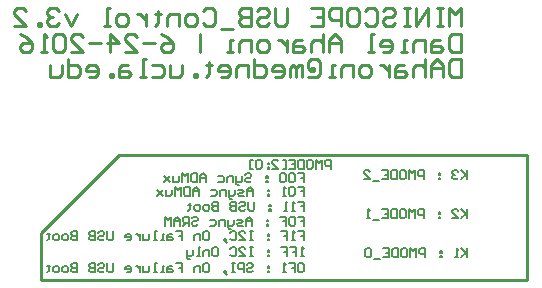
<source format=gbo>
%FSLAX23Y23*%
%MOIN*%
G70*
G01*
G75*
G04 Layer_Color=32896*
%ADD10C,0.012*%
%ADD11C,0.011*%
%ADD12R,0.118X0.079*%
%ADD13R,0.079X0.039*%
%ADD14R,0.030X0.030*%
%ADD15R,0.030X0.030*%
%ADD16R,0.035X0.031*%
%ADD17R,0.031X0.031*%
%ADD18R,0.044X0.058*%
%ADD19R,0.079X0.047*%
%ADD20R,0.094X0.102*%
%ADD21R,0.012X0.053*%
%ADD22R,0.071X0.075*%
%ADD23R,0.091X0.075*%
%ADD24R,0.050X0.030*%
%ADD25R,0.030X0.050*%
%ADD26R,0.008X0.027*%
%ADD27R,0.015X0.061*%
%ADD28R,0.051X0.049*%
%ADD29R,0.020X0.020*%
%ADD30R,0.130X0.173*%
%ADD31R,0.154X0.244*%
%ADD32R,0.058X0.044*%
%ADD33R,0.012X0.020*%
%ADD34R,0.012X0.019*%
%ADD35R,0.020X0.020*%
%ADD36R,0.051X0.107*%
%ADD37R,0.011X0.031*%
%ADD38R,0.055X0.047*%
%ADD39O,0.087X0.024*%
%ADD40R,0.033X0.011*%
%ADD41R,0.065X0.094*%
%ADD42R,0.024X0.010*%
%ADD43R,0.010X0.024*%
%ADD44R,0.201X0.201*%
%ADD45R,0.039X0.028*%
%ADD46C,0.009*%
%ADD47C,0.039*%
%ADD48C,0.008*%
%ADD49C,0.015*%
%ADD50C,0.010*%
%ADD51C,0.020*%
%ADD52C,0.025*%
%ADD53C,0.005*%
%ADD54C,0.006*%
%ADD55C,0.060*%
%ADD56C,0.070*%
%ADD57C,0.125*%
%ADD58C,0.090*%
%ADD59C,0.059*%
%ADD60C,0.079*%
%ADD61R,0.059X0.059*%
%ADD62C,0.031*%
%ADD63C,0.016*%
%ADD64C,0.020*%
%ADD65C,0.006*%
%ADD66C,0.010*%
%ADD67C,0.008*%
%ADD68C,0.004*%
%ADD69C,0.016*%
%ADD70C,0.024*%
%ADD71C,0.016*%
%ADD72R,0.120X0.081*%
%ADD73R,0.081X0.041*%
%ADD74R,0.032X0.032*%
%ADD75R,0.032X0.032*%
%ADD76R,0.037X0.033*%
%ADD77R,0.033X0.033*%
%ADD78R,0.046X0.060*%
%ADD79R,0.081X0.049*%
%ADD80R,0.096X0.104*%
%ADD81R,0.014X0.055*%
%ADD82R,0.073X0.077*%
%ADD83R,0.093X0.077*%
%ADD84R,0.052X0.032*%
%ADD85R,0.032X0.052*%
%ADD86R,0.010X0.029*%
%ADD87R,0.017X0.063*%
%ADD88R,0.053X0.051*%
%ADD89R,0.022X0.022*%
%ADD90R,0.132X0.175*%
%ADD91R,0.156X0.246*%
%ADD92R,0.060X0.046*%
%ADD93R,0.016X0.024*%
%ADD94R,0.016X0.023*%
%ADD95R,0.022X0.022*%
%ADD96R,0.053X0.109*%
%ADD97R,0.013X0.033*%
%ADD98R,0.057X0.049*%
%ADD99O,0.089X0.026*%
%ADD100R,0.035X0.013*%
%ADD101R,0.067X0.096*%
%ADD102R,0.203X0.203*%
%ADD103R,0.041X0.030*%
%ADD104C,0.011*%
%ADD105C,0.118*%
%ADD106C,0.002*%
%ADD107C,0.062*%
%ADD108C,0.072*%
%ADD109C,0.127*%
%ADD110C,0.092*%
%ADD111C,0.061*%
%ADD112R,0.061X0.061*%
D48*
X1945Y1245D02*
Y1275D01*
X1930D01*
X1925Y1270D01*
Y1260D01*
X1930Y1255D01*
X1945D01*
X1915Y1245D02*
Y1275D01*
X1905Y1265D01*
X1895Y1275D01*
Y1245D01*
X1870Y1275D02*
X1880D01*
X1885Y1270D01*
Y1250D01*
X1880Y1245D01*
X1870D01*
X1865Y1250D01*
Y1270D01*
X1870Y1275D01*
X1855D02*
Y1245D01*
X1840D01*
X1835Y1250D01*
Y1270D01*
X1840Y1275D01*
X1855D01*
X1805D02*
X1825D01*
Y1245D01*
X1805D01*
X1825Y1260D02*
X1815D01*
X1785Y1245D02*
X1795D01*
Y1275D01*
X1785D01*
X1750Y1245D02*
X1770D01*
X1750Y1265D01*
Y1270D01*
X1755Y1275D01*
X1765D01*
X1770Y1270D01*
X1740Y1265D02*
X1735D01*
Y1260D01*
X1740D01*
Y1265D01*
Y1250D02*
X1735D01*
Y1245D01*
X1740D01*
Y1250D01*
X1715Y1270D02*
X1710Y1275D01*
X1700D01*
X1695Y1270D01*
Y1250D01*
X1700Y1245D01*
X1710D01*
X1715Y1250D01*
Y1270D01*
X1685Y1245D02*
X1675D01*
Y1275D01*
X1685D01*
X2400Y1240D02*
Y1210D01*
Y1220D01*
X2380Y1240D01*
X2395Y1225D01*
X2380Y1210D01*
X2370Y1235D02*
X2365Y1240D01*
X2355D01*
X2350Y1235D01*
Y1230D01*
X2355Y1225D01*
X2360D01*
X2355D01*
X2350Y1220D01*
Y1215D01*
X2355Y1210D01*
X2365D01*
X2370Y1215D01*
X2310Y1230D02*
X2305D01*
Y1225D01*
X2310D01*
Y1230D01*
Y1215D02*
X2305D01*
Y1210D01*
X2310D01*
Y1215D01*
X2255Y1210D02*
Y1240D01*
X2240D01*
X2235Y1235D01*
Y1225D01*
X2240Y1220D01*
X2255D01*
X2225Y1210D02*
Y1240D01*
X2215Y1230D01*
X2205Y1240D01*
Y1210D01*
X2180Y1240D02*
X2190D01*
X2195Y1235D01*
Y1215D01*
X2190Y1210D01*
X2180D01*
X2175Y1215D01*
Y1235D01*
X2180Y1240D01*
X2165D02*
Y1210D01*
X2150D01*
X2145Y1215D01*
Y1235D01*
X2150Y1240D01*
X2165D01*
X2115D02*
X2135D01*
Y1210D01*
X2115D01*
X2135Y1225D02*
X2125D01*
X2105Y1205D02*
X2085D01*
X2055Y1210D02*
X2075D01*
X2055Y1230D01*
Y1235D01*
X2060Y1240D01*
X2070D01*
X2075Y1235D01*
X2400Y1110D02*
Y1080D01*
Y1090D01*
X2380Y1110D01*
X2395Y1095D01*
X2380Y1080D01*
X2350D02*
X2370D01*
X2350Y1100D01*
Y1105D01*
X2355Y1110D01*
X2365D01*
X2370Y1105D01*
X2310Y1100D02*
X2305D01*
Y1095D01*
X2310D01*
Y1100D01*
Y1085D02*
X2305D01*
Y1080D01*
X2310D01*
Y1085D01*
X2255Y1080D02*
Y1110D01*
X2240D01*
X2235Y1105D01*
Y1095D01*
X2240Y1090D01*
X2255D01*
X2225Y1080D02*
Y1110D01*
X2215Y1100D01*
X2205Y1110D01*
Y1080D01*
X2180Y1110D02*
X2190D01*
X2195Y1105D01*
Y1085D01*
X2190Y1080D01*
X2180D01*
X2175Y1085D01*
Y1105D01*
X2180Y1110D01*
X2165D02*
Y1080D01*
X2150D01*
X2145Y1085D01*
Y1105D01*
X2150Y1110D01*
X2165D01*
X2115D02*
X2135D01*
Y1080D01*
X2115D01*
X2135Y1095D02*
X2125D01*
X2105Y1075D02*
X2085D01*
X2075Y1080D02*
X2065D01*
X2070D01*
Y1110D01*
X2075Y1105D01*
X2400Y980D02*
Y950D01*
Y960D01*
X2380Y980D01*
X2395Y965D01*
X2380Y950D01*
X2370D02*
X2360D01*
X2365D01*
Y980D01*
X2370Y975D01*
X2315Y970D02*
X2310D01*
Y965D01*
X2315D01*
Y970D01*
Y955D02*
X2310D01*
Y950D01*
X2315D01*
Y955D01*
X2260Y950D02*
Y980D01*
X2245D01*
X2240Y975D01*
Y965D01*
X2245Y960D01*
X2260D01*
X2230Y950D02*
Y980D01*
X2220Y970D01*
X2210Y980D01*
Y950D01*
X2185Y980D02*
X2195D01*
X2200Y975D01*
Y955D01*
X2195Y950D01*
X2185D01*
X2180Y955D01*
Y975D01*
X2185Y980D01*
X2170D02*
Y950D01*
X2155D01*
X2150Y955D01*
Y975D01*
X2155Y980D01*
X2170D01*
X2120D02*
X2140D01*
Y950D01*
X2120D01*
X2140Y965D02*
X2130D01*
X2110Y945D02*
X2090D01*
X2080Y975D02*
X2075Y980D01*
X2065D01*
X2060Y975D01*
Y955D01*
X2065Y950D01*
X2075D01*
X2080Y955D01*
Y975D01*
X1855Y925D02*
X1850Y930D01*
X1840D01*
X1835Y925D01*
Y905D01*
X1840Y900D01*
X1850D01*
X1855Y905D01*
Y925D01*
X1805Y930D02*
X1825D01*
Y915D01*
X1815D01*
X1825D01*
Y900D01*
X1795D02*
X1785D01*
X1790D01*
Y930D01*
X1795Y925D01*
X1740Y920D02*
X1735D01*
Y915D01*
X1740D01*
Y920D01*
Y905D02*
X1735D01*
Y900D01*
X1740D01*
Y905D01*
X1665Y925D02*
X1670Y930D01*
X1680D01*
X1685Y925D01*
Y920D01*
X1680Y915D01*
X1670D01*
X1665Y910D01*
Y905D01*
X1670Y900D01*
X1680D01*
X1685Y905D01*
X1655Y900D02*
Y930D01*
X1640D01*
X1635Y925D01*
Y915D01*
X1640Y910D01*
X1655D01*
X1625Y930D02*
X1615D01*
X1620D01*
Y900D01*
X1625D01*
X1615D01*
X1595Y895D02*
X1590Y900D01*
Y905D01*
X1595D01*
Y900D01*
X1590D01*
X1595Y895D01*
X1600Y890D01*
X1525Y930D02*
X1535D01*
X1540Y925D01*
Y905D01*
X1535Y900D01*
X1525D01*
X1520Y905D01*
Y925D01*
X1525Y930D01*
X1510Y900D02*
Y920D01*
X1495D01*
X1490Y915D01*
Y900D01*
X1430Y930D02*
X1450D01*
Y915D01*
X1440D01*
X1450D01*
Y900D01*
X1415Y920D02*
X1405D01*
X1400Y915D01*
Y900D01*
X1415D01*
X1420Y905D01*
X1415Y910D01*
X1400D01*
X1390Y900D02*
X1380D01*
X1385D01*
Y920D01*
X1390D01*
X1365Y900D02*
X1355D01*
X1360D01*
Y930D01*
X1365D01*
X1340Y920D02*
Y905D01*
X1335Y900D01*
X1320D01*
Y920D01*
X1310D02*
Y900D01*
Y910D01*
X1305Y915D01*
X1300Y920D01*
X1295D01*
X1265Y900D02*
X1275D01*
X1280Y905D01*
Y915D01*
X1275Y920D01*
X1265D01*
X1260Y915D01*
Y910D01*
X1280D01*
X1220Y930D02*
Y905D01*
X1215Y900D01*
X1205D01*
X1200Y905D01*
Y930D01*
X1170Y925D02*
X1175Y930D01*
X1185D01*
X1190Y925D01*
Y920D01*
X1185Y915D01*
X1175D01*
X1170Y910D01*
Y905D01*
X1175Y900D01*
X1185D01*
X1190Y905D01*
X1160Y930D02*
Y900D01*
X1145D01*
X1140Y905D01*
Y910D01*
X1145Y915D01*
X1160D01*
X1145D01*
X1140Y920D01*
Y925D01*
X1145Y930D01*
X1160D01*
X1100D02*
Y900D01*
X1085D01*
X1080Y905D01*
Y910D01*
X1085Y915D01*
X1100D01*
X1085D01*
X1080Y920D01*
Y925D01*
X1085Y930D01*
X1100D01*
X1065Y900D02*
X1055D01*
X1050Y905D01*
Y915D01*
X1055Y920D01*
X1065D01*
X1070Y915D01*
Y905D01*
X1065Y900D01*
X1035D02*
X1025D01*
X1020Y905D01*
Y915D01*
X1025Y920D01*
X1035D01*
X1040Y915D01*
Y905D01*
X1035Y900D01*
X1005Y925D02*
Y920D01*
X1010D01*
X1000D01*
X1005D01*
Y905D01*
X1000Y900D01*
X1855Y953D02*
X1845D01*
X1850D01*
Y983D01*
X1855Y978D01*
X1810Y983D02*
X1830D01*
Y968D01*
X1820D01*
X1830D01*
Y953D01*
X1780Y983D02*
X1800D01*
Y968D01*
X1790D01*
X1800D01*
Y953D01*
X1740Y973D02*
X1735D01*
Y968D01*
X1740D01*
Y973D01*
Y958D02*
X1735D01*
Y953D01*
X1740D01*
Y958D01*
X1685Y983D02*
X1675D01*
X1680D01*
Y953D01*
X1685D01*
X1675D01*
X1640D02*
X1660D01*
X1640Y973D01*
Y978D01*
X1645Y983D01*
X1655D01*
X1660Y978D01*
X1610D02*
X1615Y983D01*
X1625D01*
X1630Y978D01*
Y958D01*
X1625Y953D01*
X1615D01*
X1610Y958D01*
X1555Y983D02*
X1565D01*
X1570Y978D01*
Y958D01*
X1565Y953D01*
X1555D01*
X1550Y958D01*
Y978D01*
X1555Y983D01*
X1540Y953D02*
Y973D01*
X1525D01*
X1520Y968D01*
Y953D01*
X1510D02*
X1500D01*
X1505D01*
Y983D01*
X1510D01*
X1485Y973D02*
Y958D01*
X1480Y953D01*
X1465D01*
Y948D01*
X1470Y943D01*
X1475D01*
X1465Y953D02*
Y973D01*
X1835Y1037D02*
X1855D01*
Y1022D01*
X1845D01*
X1855D01*
Y1007D01*
X1825D02*
X1815D01*
X1820D01*
Y1037D01*
X1825Y1032D01*
X1780Y1037D02*
X1800D01*
Y1022D01*
X1790D01*
X1800D01*
Y1007D01*
X1740Y1027D02*
X1735D01*
Y1022D01*
X1740D01*
Y1027D01*
Y1012D02*
X1735D01*
Y1007D01*
X1740D01*
Y1012D01*
X1685Y1037D02*
X1675D01*
X1680D01*
Y1007D01*
X1685D01*
X1675D01*
X1640D02*
X1660D01*
X1640Y1027D01*
Y1032D01*
X1645Y1037D01*
X1655D01*
X1660Y1032D01*
X1610D02*
X1615Y1037D01*
X1625D01*
X1630Y1032D01*
Y1012D01*
X1625Y1007D01*
X1615D01*
X1610Y1012D01*
X1595Y1002D02*
X1590Y1007D01*
Y1012D01*
X1595D01*
Y1007D01*
X1590D01*
X1595Y1002D01*
X1600Y997D01*
X1525Y1037D02*
X1535D01*
X1540Y1032D01*
Y1012D01*
X1535Y1007D01*
X1525D01*
X1520Y1012D01*
Y1032D01*
X1525Y1037D01*
X1510Y1007D02*
Y1027D01*
X1495D01*
X1490Y1022D01*
Y1007D01*
X1430Y1037D02*
X1450D01*
Y1022D01*
X1440D01*
X1450D01*
Y1007D01*
X1415Y1027D02*
X1405D01*
X1400Y1022D01*
Y1007D01*
X1415D01*
X1420Y1012D01*
X1415Y1017D01*
X1400D01*
X1390Y1007D02*
X1380D01*
X1385D01*
Y1027D01*
X1390D01*
X1365Y1007D02*
X1355D01*
X1360D01*
Y1037D01*
X1365D01*
X1340Y1027D02*
Y1012D01*
X1335Y1007D01*
X1320D01*
Y1027D01*
X1310D02*
Y1007D01*
Y1017D01*
X1305Y1022D01*
X1300Y1027D01*
X1295D01*
X1265Y1007D02*
X1275D01*
X1280Y1012D01*
Y1022D01*
X1275Y1027D01*
X1265D01*
X1260Y1022D01*
Y1017D01*
X1280D01*
X1220Y1037D02*
Y1012D01*
X1215Y1007D01*
X1205D01*
X1200Y1012D01*
Y1037D01*
X1170Y1032D02*
X1175Y1037D01*
X1185D01*
X1190Y1032D01*
Y1027D01*
X1185Y1022D01*
X1175D01*
X1170Y1017D01*
Y1012D01*
X1175Y1007D01*
X1185D01*
X1190Y1012D01*
X1160Y1037D02*
Y1007D01*
X1145D01*
X1140Y1012D01*
Y1017D01*
X1145Y1022D01*
X1160D01*
X1145D01*
X1140Y1027D01*
Y1032D01*
X1145Y1037D01*
X1160D01*
X1100D02*
Y1007D01*
X1085D01*
X1080Y1012D01*
Y1017D01*
X1085Y1022D01*
X1100D01*
X1085D01*
X1080Y1027D01*
Y1032D01*
X1085Y1037D01*
X1100D01*
X1065Y1007D02*
X1055D01*
X1050Y1012D01*
Y1022D01*
X1055Y1027D01*
X1065D01*
X1070Y1022D01*
Y1012D01*
X1065Y1007D01*
X1035D02*
X1025D01*
X1020Y1012D01*
Y1022D01*
X1025Y1027D01*
X1035D01*
X1040Y1022D01*
Y1012D01*
X1035Y1007D01*
X1005Y1032D02*
Y1027D01*
X1010D01*
X1000D01*
X1005D01*
Y1012D01*
X1000Y1007D01*
X1836Y1085D02*
X1856D01*
Y1070D01*
X1846D01*
X1856D01*
Y1055D01*
X1826Y1080D02*
X1821Y1085D01*
X1811D01*
X1806Y1080D01*
Y1060D01*
X1811Y1055D01*
X1821D01*
X1826Y1060D01*
Y1080D01*
X1776Y1085D02*
X1796D01*
Y1070D01*
X1786D01*
X1796D01*
Y1055D01*
X1736Y1075D02*
X1731D01*
Y1070D01*
X1736D01*
Y1075D01*
Y1060D02*
X1731D01*
Y1055D01*
X1736D01*
Y1060D01*
X1681Y1055D02*
Y1075D01*
X1671Y1085D01*
X1661Y1075D01*
Y1055D01*
Y1070D01*
X1681D01*
X1651Y1055D02*
X1636D01*
X1631Y1060D01*
X1636Y1065D01*
X1646D01*
X1651Y1070D01*
X1646Y1075D01*
X1631D01*
X1621D02*
Y1060D01*
X1616Y1055D01*
X1601D01*
Y1050D01*
X1606Y1045D01*
X1611D01*
X1601Y1055D02*
Y1075D01*
X1591Y1055D02*
Y1075D01*
X1576D01*
X1571Y1070D01*
Y1055D01*
X1541Y1075D02*
X1556D01*
X1561Y1070D01*
Y1060D01*
X1556Y1055D01*
X1541D01*
X1481Y1080D02*
X1486Y1085D01*
X1496D01*
X1501Y1080D01*
Y1075D01*
X1496Y1070D01*
X1486D01*
X1481Y1065D01*
Y1060D01*
X1486Y1055D01*
X1496D01*
X1501Y1060D01*
X1471Y1055D02*
Y1085D01*
X1456D01*
X1451Y1080D01*
Y1070D01*
X1456Y1065D01*
X1471D01*
X1461D02*
X1451Y1055D01*
X1441D02*
Y1075D01*
X1431Y1085D01*
X1421Y1075D01*
Y1055D01*
Y1070D01*
X1441D01*
X1411Y1055D02*
Y1085D01*
X1401Y1075D01*
X1391Y1085D01*
Y1055D01*
X1835Y1135D02*
X1855D01*
Y1120D01*
X1845D01*
X1855D01*
Y1105D01*
X1825D02*
X1815D01*
X1820D01*
Y1135D01*
X1825Y1130D01*
X1800Y1105D02*
X1790D01*
X1795D01*
Y1135D01*
X1800Y1130D01*
X1745Y1125D02*
X1740D01*
Y1120D01*
X1745D01*
Y1125D01*
Y1110D02*
X1740D01*
Y1105D01*
X1745D01*
Y1110D01*
X1690Y1135D02*
Y1110D01*
X1685Y1105D01*
X1675D01*
X1670Y1110D01*
Y1135D01*
X1640Y1130D02*
X1645Y1135D01*
X1655D01*
X1660Y1130D01*
Y1125D01*
X1655Y1120D01*
X1645D01*
X1640Y1115D01*
Y1110D01*
X1645Y1105D01*
X1655D01*
X1660Y1110D01*
X1630Y1135D02*
Y1105D01*
X1615D01*
X1610Y1110D01*
Y1115D01*
X1615Y1120D01*
X1630D01*
X1615D01*
X1610Y1125D01*
Y1130D01*
X1615Y1135D01*
X1630D01*
X1570D02*
Y1105D01*
X1555D01*
X1550Y1110D01*
Y1115D01*
X1555Y1120D01*
X1570D01*
X1555D01*
X1550Y1125D01*
Y1130D01*
X1555Y1135D01*
X1570D01*
X1535Y1105D02*
X1525D01*
X1520Y1110D01*
Y1120D01*
X1525Y1125D01*
X1535D01*
X1540Y1120D01*
Y1110D01*
X1535Y1105D01*
X1505D02*
X1495D01*
X1490Y1110D01*
Y1120D01*
X1495Y1125D01*
X1505D01*
X1510Y1120D01*
Y1110D01*
X1505Y1105D01*
X1475Y1130D02*
Y1125D01*
X1480D01*
X1470D01*
X1475D01*
Y1110D01*
X1470Y1105D01*
X1835Y1185D02*
X1855D01*
Y1170D01*
X1845D01*
X1855D01*
Y1155D01*
X1825Y1180D02*
X1820Y1185D01*
X1810D01*
X1805Y1180D01*
Y1160D01*
X1810Y1155D01*
X1820D01*
X1825Y1160D01*
Y1180D01*
X1795Y1155D02*
X1785D01*
X1790D01*
Y1185D01*
X1795Y1180D01*
X1740Y1175D02*
X1735D01*
Y1170D01*
X1740D01*
Y1175D01*
Y1160D02*
X1735D01*
Y1155D01*
X1740D01*
Y1160D01*
X1685Y1155D02*
Y1175D01*
X1675Y1185D01*
X1665Y1175D01*
Y1155D01*
Y1170D01*
X1685D01*
X1655Y1155D02*
X1640D01*
X1635Y1160D01*
X1640Y1165D01*
X1650D01*
X1655Y1170D01*
X1650Y1175D01*
X1635D01*
X1625D02*
Y1160D01*
X1620Y1155D01*
X1605D01*
Y1150D01*
X1610Y1145D01*
X1615D01*
X1605Y1155D02*
Y1175D01*
X1595Y1155D02*
Y1175D01*
X1580D01*
X1575Y1170D01*
Y1155D01*
X1545Y1175D02*
X1560D01*
X1565Y1170D01*
Y1160D01*
X1560Y1155D01*
X1545D01*
X1505D02*
Y1175D01*
X1495Y1185D01*
X1485Y1175D01*
Y1155D01*
Y1170D01*
X1505D01*
X1475Y1185D02*
Y1155D01*
X1460D01*
X1455Y1160D01*
Y1180D01*
X1460Y1185D01*
X1475D01*
X1445Y1155D02*
Y1185D01*
X1435Y1175D01*
X1425Y1185D01*
Y1155D01*
X1415Y1175D02*
Y1160D01*
X1410Y1155D01*
X1395D01*
Y1175D01*
X1385D02*
X1365Y1155D01*
X1375Y1165D01*
X1365Y1175D01*
X1385Y1155D01*
X1835Y1230D02*
X1855D01*
Y1215D01*
X1845D01*
X1855D01*
Y1200D01*
X1825Y1225D02*
X1820Y1230D01*
X1810D01*
X1805Y1225D01*
Y1205D01*
X1810Y1200D01*
X1820D01*
X1825Y1205D01*
Y1225D01*
X1795D02*
X1790Y1230D01*
X1780D01*
X1775Y1225D01*
Y1205D01*
X1780Y1200D01*
X1790D01*
X1795Y1205D01*
Y1225D01*
X1735Y1220D02*
X1730D01*
Y1215D01*
X1735D01*
Y1220D01*
Y1205D02*
X1730D01*
Y1200D01*
X1735D01*
Y1205D01*
X1660Y1225D02*
X1665Y1230D01*
X1675D01*
X1680Y1225D01*
Y1220D01*
X1675Y1215D01*
X1665D01*
X1660Y1210D01*
Y1205D01*
X1665Y1200D01*
X1675D01*
X1680Y1205D01*
X1650Y1220D02*
Y1205D01*
X1645Y1200D01*
X1630D01*
Y1195D01*
X1635Y1190D01*
X1640D01*
X1630Y1200D02*
Y1220D01*
X1620Y1200D02*
Y1220D01*
X1605D01*
X1600Y1215D01*
Y1200D01*
X1570Y1220D02*
X1585D01*
X1590Y1215D01*
Y1205D01*
X1585Y1200D01*
X1570D01*
X1530D02*
Y1220D01*
X1520Y1230D01*
X1510Y1220D01*
Y1200D01*
Y1215D01*
X1530D01*
X1500Y1230D02*
Y1200D01*
X1485D01*
X1480Y1205D01*
Y1225D01*
X1485Y1230D01*
X1500D01*
X1470Y1200D02*
Y1230D01*
X1460Y1220D01*
X1450Y1230D01*
Y1200D01*
X1440Y1220D02*
Y1205D01*
X1435Y1200D01*
X1420D01*
Y1220D01*
X1410D02*
X1390Y1200D01*
X1400Y1210D01*
X1390Y1220D01*
X1410Y1200D01*
D50*
X1240Y1290D02*
X2600D01*
X980Y1030D02*
X1240Y1290D01*
X980Y875D02*
Y1030D01*
Y875D02*
X2600D01*
Y1290D01*
X2380Y1610D02*
Y1550D01*
X2350D01*
X2340Y1560D01*
Y1600D01*
X2350Y1610D01*
X2380D01*
X2320Y1550D02*
Y1590D01*
X2300Y1610D01*
X2280Y1590D01*
Y1550D01*
Y1580D01*
X2320D01*
X2260Y1610D02*
Y1550D01*
Y1580D01*
X2250Y1590D01*
X2230D01*
X2220Y1580D01*
Y1550D01*
X2190Y1590D02*
X2170D01*
X2160Y1580D01*
Y1550D01*
X2190D01*
X2200Y1560D01*
X2190Y1570D01*
X2160D01*
X2140Y1590D02*
Y1550D01*
Y1570D01*
X2130Y1580D01*
X2120Y1590D01*
X2110D01*
X2070Y1550D02*
X2050D01*
X2040Y1560D01*
Y1580D01*
X2050Y1590D01*
X2070D01*
X2080Y1580D01*
Y1560D01*
X2070Y1550D01*
X2020D02*
Y1590D01*
X1990D01*
X1980Y1580D01*
Y1550D01*
X1960D02*
X1940D01*
X1950D01*
Y1590D01*
X1960D01*
X1880Y1570D02*
Y1580D01*
X1890D01*
Y1570D01*
X1880D01*
X1870Y1580D01*
Y1600D01*
X1880Y1610D01*
X1900D01*
X1910Y1600D01*
Y1560D01*
X1900Y1550D01*
X1870D01*
X1850D02*
Y1590D01*
X1840D01*
X1830Y1580D01*
Y1550D01*
Y1580D01*
X1820Y1590D01*
X1810Y1580D01*
Y1550D01*
X1760D02*
X1780D01*
X1790Y1560D01*
Y1580D01*
X1780Y1590D01*
X1760D01*
X1750Y1580D01*
Y1570D01*
X1790D01*
X1690Y1610D02*
Y1550D01*
X1720D01*
X1730Y1560D01*
Y1580D01*
X1720Y1590D01*
X1690D01*
X1670Y1550D02*
Y1590D01*
X1640D01*
X1630Y1580D01*
Y1550D01*
X1580D02*
X1600D01*
X1610Y1560D01*
Y1580D01*
X1600Y1590D01*
X1580D01*
X1570Y1580D01*
Y1570D01*
X1610D01*
X1540Y1600D02*
Y1590D01*
X1550D01*
X1530D01*
X1540D01*
Y1560D01*
X1530Y1550D01*
X1500D02*
Y1560D01*
X1490D01*
Y1550D01*
X1500D01*
X1450Y1590D02*
Y1560D01*
X1440Y1550D01*
X1410D01*
Y1590D01*
X1350D02*
X1380D01*
X1390Y1580D01*
Y1560D01*
X1380Y1550D01*
X1350D01*
X1330D02*
X1310D01*
X1320D01*
Y1610D01*
X1330D01*
X1270Y1590D02*
X1250D01*
X1240Y1580D01*
Y1550D01*
X1270D01*
X1280Y1560D01*
X1270Y1570D01*
X1240D01*
X1220Y1550D02*
Y1560D01*
X1210D01*
Y1550D01*
X1220D01*
X1140D02*
X1160D01*
X1170Y1560D01*
Y1580D01*
X1160Y1590D01*
X1140D01*
X1130Y1580D01*
Y1570D01*
X1170D01*
X1070Y1610D02*
Y1550D01*
X1100D01*
X1110Y1560D01*
Y1580D01*
X1100Y1590D01*
X1070D01*
X1050D02*
Y1560D01*
X1040Y1550D01*
X1010D01*
Y1590D01*
X2380Y1695D02*
Y1635D01*
X2350D01*
X2340Y1645D01*
Y1685D01*
X2350Y1695D01*
X2380D01*
X2310Y1675D02*
X2290D01*
X2280Y1665D01*
Y1635D01*
X2310D01*
X2320Y1645D01*
X2310Y1655D01*
X2280D01*
X2260Y1635D02*
Y1675D01*
X2230D01*
X2220Y1665D01*
Y1635D01*
X2200D02*
X2180D01*
X2190D01*
Y1675D01*
X2200D01*
X2120Y1635D02*
X2140D01*
X2150Y1645D01*
Y1665D01*
X2140Y1675D01*
X2120D01*
X2110Y1665D01*
Y1655D01*
X2150D01*
X2090Y1635D02*
X2070D01*
X2080D01*
Y1695D01*
X2090D01*
X1980Y1635D02*
Y1675D01*
X1960Y1695D01*
X1940Y1675D01*
Y1635D01*
Y1665D01*
X1980D01*
X1920Y1695D02*
Y1635D01*
Y1665D01*
X1910Y1675D01*
X1890D01*
X1880Y1665D01*
Y1635D01*
X1850Y1675D02*
X1830D01*
X1820Y1665D01*
Y1635D01*
X1850D01*
X1860Y1645D01*
X1850Y1655D01*
X1820D01*
X1800Y1675D02*
Y1635D01*
Y1655D01*
X1790Y1665D01*
X1780Y1675D01*
X1770D01*
X1730Y1635D02*
X1710D01*
X1700Y1645D01*
Y1665D01*
X1710Y1675D01*
X1730D01*
X1740Y1665D01*
Y1645D01*
X1730Y1635D01*
X1680D02*
Y1675D01*
X1650D01*
X1640Y1665D01*
Y1635D01*
X1620D02*
X1600D01*
X1610D01*
Y1675D01*
X1620D01*
X1510Y1695D02*
Y1635D01*
X1380Y1695D02*
X1400Y1685D01*
X1420Y1665D01*
Y1645D01*
X1410Y1635D01*
X1390D01*
X1380Y1645D01*
Y1655D01*
X1390Y1665D01*
X1420D01*
X1360D02*
X1320D01*
X1260Y1635D02*
X1300D01*
X1260Y1675D01*
Y1685D01*
X1270Y1695D01*
X1290D01*
X1300Y1685D01*
X1210Y1635D02*
Y1695D01*
X1240Y1665D01*
X1200D01*
X1180D02*
X1140D01*
X1080Y1635D02*
X1120D01*
X1080Y1675D01*
Y1685D01*
X1090Y1695D01*
X1110D01*
X1120Y1685D01*
X1060D02*
X1050Y1695D01*
X1030D01*
X1020Y1685D01*
Y1645D01*
X1030Y1635D01*
X1050D01*
X1060Y1645D01*
Y1685D01*
X1000Y1635D02*
X980D01*
X990D01*
Y1695D01*
X1000Y1685D01*
X910Y1695D02*
X930Y1685D01*
X950Y1665D01*
Y1645D01*
X940Y1635D01*
X920D01*
X910Y1645D01*
Y1655D01*
X920Y1665D01*
X950D01*
X2380Y1720D02*
Y1780D01*
X2360Y1760D01*
X2340Y1780D01*
Y1720D01*
X2320Y1780D02*
X2300D01*
X2310D01*
Y1720D01*
X2320D01*
X2300D01*
X2270D02*
Y1780D01*
X2230Y1720D01*
Y1780D01*
X2210D02*
X2190D01*
X2200D01*
Y1720D01*
X2210D01*
X2190D01*
X2120Y1770D02*
X2130Y1780D01*
X2150D01*
X2160Y1770D01*
Y1760D01*
X2150Y1750D01*
X2130D01*
X2120Y1740D01*
Y1730D01*
X2130Y1720D01*
X2150D01*
X2160Y1730D01*
X2060Y1770D02*
X2070Y1780D01*
X2090D01*
X2100Y1770D01*
Y1730D01*
X2090Y1720D01*
X2070D01*
X2060Y1730D01*
X2010Y1780D02*
X2030D01*
X2040Y1770D01*
Y1730D01*
X2030Y1720D01*
X2010D01*
X2000Y1730D01*
Y1770D01*
X2010Y1780D01*
X1980Y1720D02*
Y1780D01*
X1950D01*
X1940Y1770D01*
Y1750D01*
X1950Y1740D01*
X1980D01*
X1880Y1780D02*
X1920D01*
Y1720D01*
X1880D01*
X1920Y1750D02*
X1900D01*
X1800Y1780D02*
Y1730D01*
X1790Y1720D01*
X1770D01*
X1760Y1730D01*
Y1780D01*
X1700Y1770D02*
X1710Y1780D01*
X1730D01*
X1740Y1770D01*
Y1760D01*
X1730Y1750D01*
X1710D01*
X1700Y1740D01*
Y1730D01*
X1710Y1720D01*
X1730D01*
X1740Y1730D01*
X1680Y1780D02*
Y1720D01*
X1650D01*
X1640Y1730D01*
Y1740D01*
X1650Y1750D01*
X1680D01*
X1650D01*
X1640Y1760D01*
Y1770D01*
X1650Y1780D01*
X1680D01*
X1620Y1710D02*
X1580D01*
X1520Y1770D02*
X1530Y1780D01*
X1550D01*
X1560Y1770D01*
Y1730D01*
X1550Y1720D01*
X1530D01*
X1520Y1730D01*
X1490Y1720D02*
X1470D01*
X1460Y1730D01*
Y1750D01*
X1470Y1760D01*
X1490D01*
X1500Y1750D01*
Y1730D01*
X1490Y1720D01*
X1440D02*
Y1760D01*
X1410D01*
X1400Y1750D01*
Y1720D01*
X1370Y1770D02*
Y1760D01*
X1380D01*
X1360D01*
X1370D01*
Y1730D01*
X1360Y1720D01*
X1330Y1760D02*
Y1720D01*
Y1740D01*
X1320Y1750D01*
X1310Y1760D01*
X1300D01*
X1260Y1720D02*
X1240D01*
X1230Y1730D01*
Y1750D01*
X1240Y1760D01*
X1260D01*
X1270Y1750D01*
Y1730D01*
X1260Y1720D01*
X1210D02*
X1190D01*
X1200D01*
Y1780D01*
X1210D01*
X1100Y1760D02*
X1080Y1720D01*
X1060Y1760D01*
X1040Y1770D02*
X1030Y1780D01*
X1010D01*
X1000Y1770D01*
Y1760D01*
X1010Y1750D01*
X1020D01*
X1010D01*
X1000Y1740D01*
Y1730D01*
X1010Y1720D01*
X1030D01*
X1040Y1730D01*
X980Y1720D02*
Y1730D01*
X970D01*
Y1720D01*
X980D01*
X890D02*
X930D01*
X890Y1760D01*
Y1770D01*
X900Y1780D01*
X920D01*
X930Y1770D01*
M02*

</source>
